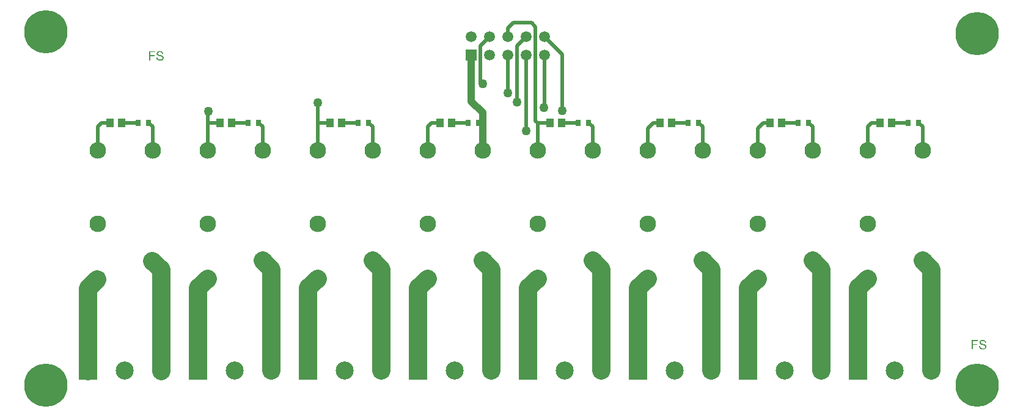
<source format=gtl>
G04 Layer_Physical_Order=1*
G04 Layer_Color=3162822*
%FSLAX44Y44*%
%MOMM*%
G71*
G01*
G75*
%ADD10R,0.8000X0.9000*%
%ADD11R,1.0000X1.3000*%
%ADD12C,2.5000*%
%ADD13C,0.5000*%
%ADD14C,1.0000*%
%ADD15C,2.3000*%
%ADD16C,6.0000*%
%ADD17R,1.5000X1.5000*%
%ADD18C,1.5000*%
%ADD19R,2.5000X2.5000*%
%ADD20C,2.5000*%
%ADD21C,1.2700*%
G36*
X193125Y498012D02*
X193262D01*
X193594Y497972D01*
X193984Y497914D01*
X194413Y497836D01*
X194842Y497719D01*
X195252Y497563D01*
X195271D01*
X195291Y497543D01*
X195349Y497524D01*
X195427Y497485D01*
X195623Y497368D01*
X195876Y497231D01*
X196149Y497036D01*
X196422Y496802D01*
X196695Y496529D01*
X196929Y496217D01*
X196949Y496178D01*
X197027Y496061D01*
X197125Y495866D01*
X197222Y495632D01*
X197339Y495339D01*
X197456Y494988D01*
X197534Y494617D01*
X197573Y494208D01*
X195954Y494090D01*
Y494110D01*
Y494149D01*
X195935Y494208D01*
X195915Y494286D01*
X195876Y494500D01*
X195798Y494773D01*
X195681Y495066D01*
X195525Y495359D01*
X195310Y495651D01*
X195057Y495905D01*
X195018Y495924D01*
X194920Y496002D01*
X194745Y496100D01*
X194511Y496217D01*
X194198Y496334D01*
X193808Y496431D01*
X193360Y496509D01*
X192833Y496529D01*
X192579D01*
X192462Y496509D01*
X192306D01*
X191975Y496451D01*
X191604Y496392D01*
X191233Y496295D01*
X190882Y496158D01*
X190726Y496061D01*
X190590Y495963D01*
X190570Y495944D01*
X190492Y495866D01*
X190375Y495749D01*
X190258Y495573D01*
X190121Y495378D01*
X190024Y495144D01*
X189946Y494890D01*
X189907Y494598D01*
Y494559D01*
Y494481D01*
X189926Y494344D01*
X189965Y494188D01*
X190024Y494012D01*
X190121Y493817D01*
X190238Y493642D01*
X190394Y493466D01*
X190414Y493447D01*
X190512Y493388D01*
X190570Y493349D01*
X190648Y493291D01*
X190765Y493252D01*
X190902Y493193D01*
X191058Y493115D01*
X191233Y493037D01*
X191428Y492979D01*
X191663Y492901D01*
X191936Y492803D01*
X192228Y492725D01*
X192560Y492647D01*
X192931Y492550D01*
X192950D01*
X193028Y492530D01*
X193125Y492510D01*
X193262Y492471D01*
X193438Y492432D01*
X193633Y492374D01*
X194062Y492276D01*
X194530Y492140D01*
X194998Y492003D01*
X195232Y491945D01*
X195427Y491867D01*
X195623Y491789D01*
X195779Y491730D01*
X195798D01*
X195837Y491711D01*
X195876Y491672D01*
X195954Y491633D01*
X196149Y491516D01*
X196403Y491379D01*
X196676Y491184D01*
X196949Y490950D01*
X197203Y490696D01*
X197417Y490423D01*
X197437Y490384D01*
X197495Y490287D01*
X197593Y490131D01*
X197690Y489897D01*
X197788Y489643D01*
X197885Y489331D01*
X197944Y488980D01*
X197963Y488609D01*
Y488590D01*
Y488570D01*
Y488512D01*
Y488433D01*
X197924Y488238D01*
X197885Y487985D01*
X197827Y487692D01*
X197710Y487360D01*
X197573Y487009D01*
X197378Y486678D01*
X197359Y486639D01*
X197261Y486522D01*
X197144Y486366D01*
X196949Y486171D01*
X196715Y485937D01*
X196422Y485702D01*
X196071Y485488D01*
X195681Y485273D01*
X195662D01*
X195623Y485254D01*
X195564Y485234D01*
X195486Y485195D01*
X195388Y485156D01*
X195271Y485117D01*
X194959Y485039D01*
X194608Y484942D01*
X194179Y484864D01*
X193730Y484805D01*
X193223Y484786D01*
X192931D01*
X192794Y484805D01*
X192618D01*
X192423Y484825D01*
X192209Y484844D01*
X191760Y484903D01*
X191272Y485000D01*
X190785Y485117D01*
X190317Y485273D01*
X190297D01*
X190258Y485293D01*
X190200Y485332D01*
X190121Y485371D01*
X189907Y485488D01*
X189653Y485663D01*
X189341Y485878D01*
X189049Y486132D01*
X188736Y486444D01*
X188463Y486795D01*
Y486814D01*
X188444Y486834D01*
X188405Y486892D01*
X188366Y486970D01*
X188307Y487068D01*
X188249Y487185D01*
X188132Y487478D01*
X188015Y487809D01*
X187898Y488219D01*
X187820Y488648D01*
X187781Y489116D01*
X189380Y489253D01*
Y489233D01*
Y489214D01*
X189400Y489097D01*
X189439Y488921D01*
X189478Y488687D01*
X189556Y488433D01*
X189634Y488160D01*
X189751Y487907D01*
X189887Y487653D01*
X189907Y487634D01*
X189965Y487556D01*
X190063Y487439D01*
X190219Y487302D01*
X190394Y487146D01*
X190609Y486970D01*
X190882Y486814D01*
X191175Y486658D01*
X191194D01*
X191214Y486639D01*
X191331Y486600D01*
X191506Y486541D01*
X191760Y486483D01*
X192033Y486405D01*
X192384Y486346D01*
X192755Y486307D01*
X193145Y486288D01*
X193301D01*
X193496Y486307D01*
X193711Y486327D01*
X193984Y486346D01*
X194257Y486405D01*
X194550Y486463D01*
X194842Y486561D01*
X194881Y486580D01*
X194959Y486619D01*
X195096Y486678D01*
X195252Y486775D01*
X195447Y486892D01*
X195623Y487029D01*
X195798Y487185D01*
X195954Y487360D01*
X195974Y487380D01*
X196013Y487458D01*
X196071Y487556D01*
X196149Y487692D01*
X196208Y487848D01*
X196266Y488043D01*
X196305Y488238D01*
X196325Y488453D01*
Y488473D01*
Y488550D01*
X196305Y488667D01*
X196286Y488804D01*
X196247Y488980D01*
X196169Y489155D01*
X196091Y489331D01*
X195974Y489506D01*
X195954Y489526D01*
X195915Y489584D01*
X195818Y489662D01*
X195700Y489779D01*
X195544Y489897D01*
X195349Y490014D01*
X195096Y490150D01*
X194823Y490267D01*
X194803Y490287D01*
X194725Y490306D01*
X194569Y490345D01*
X194471Y490384D01*
X194354Y490423D01*
X194198Y490462D01*
X194042Y490501D01*
X193847Y490560D01*
X193652Y490618D01*
X193418Y490677D01*
X193145Y490735D01*
X192852Y490813D01*
X192540Y490891D01*
X192521D01*
X192462Y490911D01*
X192365Y490930D01*
X192248Y490969D01*
X192111Y491008D01*
X191955Y491047D01*
X191584Y491145D01*
X191175Y491282D01*
X190765Y491418D01*
X190394Y491555D01*
X190219Y491613D01*
X190082Y491691D01*
X190063D01*
X190043Y491711D01*
X189926Y491789D01*
X189770Y491886D01*
X189575Y492023D01*
X189341Y492198D01*
X189127Y492393D01*
X188912Y492627D01*
X188717Y492881D01*
X188697Y492920D01*
X188639Y493018D01*
X188580Y493154D01*
X188502Y493349D01*
X188405Y493583D01*
X188346Y493856D01*
X188288Y494169D01*
X188268Y494481D01*
Y494500D01*
Y494520D01*
Y494578D01*
Y494656D01*
X188307Y494832D01*
X188346Y495066D01*
X188405Y495359D01*
X188502Y495651D01*
X188639Y495983D01*
X188815Y496295D01*
Y496314D01*
X188834Y496334D01*
X188912Y496431D01*
X189049Y496587D01*
X189224Y496782D01*
X189439Y496978D01*
X189712Y497192D01*
X190043Y497407D01*
X190414Y497582D01*
X190434D01*
X190453Y497602D01*
X190512Y497621D01*
X190609Y497660D01*
X190707Y497680D01*
X190824Y497719D01*
X191097Y497816D01*
X191448Y497894D01*
X191838Y497953D01*
X192287Y498012D01*
X192755Y498031D01*
X192989D01*
X193125Y498012D01*
D02*
G37*
G36*
X186142Y496314D02*
X179197D01*
Y492315D01*
X185206D01*
Y490813D01*
X179197D01*
Y485000D01*
X177500D01*
Y497816D01*
X186142D01*
Y496314D01*
D02*
G37*
G36*
X1333125Y98012D02*
X1333262D01*
X1333594Y97972D01*
X1333984Y97914D01*
X1334413Y97836D01*
X1334842Y97719D01*
X1335252Y97563D01*
X1335271D01*
X1335291Y97543D01*
X1335349Y97524D01*
X1335427Y97485D01*
X1335622Y97368D01*
X1335876Y97231D01*
X1336149Y97036D01*
X1336422Y96802D01*
X1336695Y96529D01*
X1336929Y96217D01*
X1336949Y96178D01*
X1337027Y96061D01*
X1337124Y95866D01*
X1337222Y95632D01*
X1337339Y95339D01*
X1337456Y94988D01*
X1337534Y94617D01*
X1337573Y94208D01*
X1335954Y94090D01*
Y94110D01*
Y94149D01*
X1335935Y94208D01*
X1335915Y94286D01*
X1335876Y94500D01*
X1335798Y94773D01*
X1335681Y95066D01*
X1335525Y95358D01*
X1335310Y95651D01*
X1335057Y95905D01*
X1335018Y95924D01*
X1334920Y96002D01*
X1334745Y96100D01*
X1334510Y96217D01*
X1334198Y96334D01*
X1333808Y96431D01*
X1333360Y96509D01*
X1332833Y96529D01*
X1332579D01*
X1332462Y96509D01*
X1332306D01*
X1331975Y96451D01*
X1331604Y96392D01*
X1331233Y96295D01*
X1330882Y96158D01*
X1330726Y96061D01*
X1330590Y95963D01*
X1330570Y95944D01*
X1330492Y95866D01*
X1330375Y95749D01*
X1330258Y95573D01*
X1330121Y95378D01*
X1330024Y95144D01*
X1329946Y94890D01*
X1329907Y94598D01*
Y94559D01*
Y94481D01*
X1329926Y94344D01*
X1329965Y94188D01*
X1330024Y94012D01*
X1330121Y93817D01*
X1330238Y93642D01*
X1330394Y93466D01*
X1330414Y93447D01*
X1330512Y93388D01*
X1330570Y93349D01*
X1330648Y93291D01*
X1330765Y93252D01*
X1330902Y93193D01*
X1331058Y93115D01*
X1331233Y93037D01*
X1331428Y92979D01*
X1331662Y92901D01*
X1331936Y92803D01*
X1332228Y92725D01*
X1332560Y92647D01*
X1332930Y92549D01*
X1332950D01*
X1333028Y92530D01*
X1333125Y92510D01*
X1333262Y92471D01*
X1333438Y92432D01*
X1333633Y92374D01*
X1334062Y92276D01*
X1334530Y92140D01*
X1334998Y92003D01*
X1335232Y91945D01*
X1335427Y91867D01*
X1335622Y91789D01*
X1335779Y91730D01*
X1335798D01*
X1335837Y91711D01*
X1335876Y91672D01*
X1335954Y91633D01*
X1336149Y91516D01*
X1336403Y91379D01*
X1336676Y91184D01*
X1336949Y90950D01*
X1337202Y90696D01*
X1337417Y90423D01*
X1337437Y90384D01*
X1337495Y90287D01*
X1337593Y90131D01*
X1337690Y89896D01*
X1337788Y89643D01*
X1337885Y89331D01*
X1337944Y88980D01*
X1337963Y88609D01*
Y88589D01*
Y88570D01*
Y88511D01*
Y88434D01*
X1337924Y88238D01*
X1337885Y87985D01*
X1337827Y87692D01*
X1337710Y87361D01*
X1337573Y87009D01*
X1337378Y86678D01*
X1337359Y86639D01*
X1337261Y86522D01*
X1337144Y86366D01*
X1336949Y86171D01*
X1336715Y85936D01*
X1336422Y85702D01*
X1336071Y85488D01*
X1335681Y85273D01*
X1335661D01*
X1335622Y85254D01*
X1335564Y85234D01*
X1335486Y85195D01*
X1335388Y85156D01*
X1335271Y85117D01*
X1334959Y85039D01*
X1334608Y84942D01*
X1334179Y84864D01*
X1333730Y84805D01*
X1333223Y84786D01*
X1332930D01*
X1332794Y84805D01*
X1332618D01*
X1332423Y84825D01*
X1332209Y84844D01*
X1331760Y84903D01*
X1331272Y85000D01*
X1330785Y85117D01*
X1330316Y85273D01*
X1330297D01*
X1330258Y85293D01*
X1330199Y85332D01*
X1330121Y85371D01*
X1329907Y85488D01*
X1329653Y85663D01*
X1329341Y85878D01*
X1329048Y86132D01*
X1328736Y86444D01*
X1328463Y86795D01*
Y86814D01*
X1328444Y86834D01*
X1328405Y86892D01*
X1328366Y86970D01*
X1328307Y87068D01*
X1328249Y87185D01*
X1328132Y87478D01*
X1328015Y87809D01*
X1327898Y88219D01*
X1327820Y88648D01*
X1327781Y89116D01*
X1329380Y89253D01*
Y89233D01*
Y89214D01*
X1329400Y89097D01*
X1329439Y88921D01*
X1329478Y88687D01*
X1329556Y88434D01*
X1329634Y88160D01*
X1329751Y87907D01*
X1329887Y87653D01*
X1329907Y87634D01*
X1329965Y87556D01*
X1330063Y87439D01*
X1330219Y87302D01*
X1330394Y87146D01*
X1330609Y86970D01*
X1330882Y86814D01*
X1331175Y86658D01*
X1331194D01*
X1331214Y86639D01*
X1331331Y86600D01*
X1331506Y86541D01*
X1331760Y86483D01*
X1332033Y86405D01*
X1332384Y86346D01*
X1332755Y86307D01*
X1333145Y86288D01*
X1333301D01*
X1333496Y86307D01*
X1333711Y86327D01*
X1333984Y86346D01*
X1334257Y86405D01*
X1334550Y86463D01*
X1334842Y86561D01*
X1334881Y86580D01*
X1334959Y86619D01*
X1335096Y86678D01*
X1335252Y86775D01*
X1335447Y86892D01*
X1335622Y87029D01*
X1335798Y87185D01*
X1335954Y87361D01*
X1335974Y87380D01*
X1336013Y87458D01*
X1336071Y87556D01*
X1336149Y87692D01*
X1336208Y87848D01*
X1336266Y88043D01*
X1336305Y88238D01*
X1336325Y88453D01*
Y88472D01*
Y88551D01*
X1336305Y88667D01*
X1336286Y88804D01*
X1336247Y88980D01*
X1336169Y89155D01*
X1336091Y89331D01*
X1335974Y89506D01*
X1335954Y89526D01*
X1335915Y89584D01*
X1335818Y89662D01*
X1335701Y89779D01*
X1335544Y89896D01*
X1335349Y90014D01*
X1335096Y90150D01*
X1334823Y90267D01*
X1334803Y90287D01*
X1334725Y90306D01*
X1334569Y90345D01*
X1334471Y90384D01*
X1334355Y90423D01*
X1334198Y90462D01*
X1334042Y90501D01*
X1333847Y90560D01*
X1333652Y90618D01*
X1333418Y90677D01*
X1333145Y90735D01*
X1332852Y90813D01*
X1332540Y90891D01*
X1332521D01*
X1332462Y90911D01*
X1332365Y90930D01*
X1332248Y90969D01*
X1332111Y91008D01*
X1331955Y91047D01*
X1331584Y91145D01*
X1331175Y91281D01*
X1330765Y91418D01*
X1330394Y91555D01*
X1330219Y91613D01*
X1330082Y91691D01*
X1330063D01*
X1330043Y91711D01*
X1329926Y91789D01*
X1329770Y91886D01*
X1329575Y92023D01*
X1329341Y92198D01*
X1329127Y92393D01*
X1328912Y92627D01*
X1328717Y92881D01*
X1328697Y92920D01*
X1328639Y93018D01*
X1328580Y93154D01*
X1328502Y93349D01*
X1328405Y93583D01*
X1328346Y93856D01*
X1328288Y94169D01*
X1328268Y94481D01*
Y94500D01*
Y94520D01*
Y94578D01*
Y94656D01*
X1328307Y94832D01*
X1328346Y95066D01*
X1328405Y95358D01*
X1328502Y95651D01*
X1328639Y95983D01*
X1328814Y96295D01*
Y96314D01*
X1328834Y96334D01*
X1328912Y96431D01*
X1329048Y96587D01*
X1329224Y96783D01*
X1329439Y96978D01*
X1329712Y97192D01*
X1330043Y97407D01*
X1330414Y97582D01*
X1330434D01*
X1330453Y97602D01*
X1330512Y97621D01*
X1330609Y97660D01*
X1330707Y97680D01*
X1330824Y97719D01*
X1331097Y97816D01*
X1331448Y97894D01*
X1331838Y97953D01*
X1332287Y98012D01*
X1332755Y98031D01*
X1332989D01*
X1333125Y98012D01*
D02*
G37*
G36*
X1326142Y96314D02*
X1319197D01*
Y92315D01*
X1325206D01*
Y90813D01*
X1319197D01*
Y85000D01*
X1317500D01*
Y97816D01*
X1326142D01*
Y96314D01*
D02*
G37*
D10*
X176901Y398700D02*
D03*
X162901D02*
D03*
X329301D02*
D03*
X315301D02*
D03*
X481702D02*
D03*
X467701D02*
D03*
X634101D02*
D03*
X620102D02*
D03*
X786501D02*
D03*
X772502D02*
D03*
X938902D02*
D03*
X924902D02*
D03*
X1091301D02*
D03*
X1077301D02*
D03*
X1229702D02*
D03*
X1243701D02*
D03*
D11*
X139800D02*
D03*
X123800D02*
D03*
X292200D02*
D03*
X276200D02*
D03*
X444600D02*
D03*
X428600D02*
D03*
X597000D02*
D03*
X581000D02*
D03*
X749400D02*
D03*
X733400D02*
D03*
X901800D02*
D03*
X885800D02*
D03*
X1054200D02*
D03*
X1038200D02*
D03*
X1190600D02*
D03*
X1206600D02*
D03*
D12*
X1261900Y55800D02*
Y195700D01*
X1249400Y208200D02*
X1261900Y195700D01*
X1160300Y55800D02*
Y169900D01*
X1173200Y182800D01*
X1007900Y169900D02*
X1020800Y182800D01*
X1007900Y55800D02*
Y169900D01*
X1097000Y208200D02*
X1109500Y195700D01*
Y55800D02*
Y195700D01*
X855500Y169900D02*
X868400Y182800D01*
X855500Y55800D02*
Y169900D01*
X944600Y208200D02*
X957100Y195700D01*
Y55800D02*
Y195700D01*
X703100Y169900D02*
X716000Y182800D01*
X703100Y55800D02*
Y169900D01*
X792200Y208200D02*
X804700Y195700D01*
Y55800D02*
Y195700D01*
X550700Y169900D02*
X563600Y182800D01*
X550700Y55800D02*
Y169900D01*
X639800Y208200D02*
X652300Y195700D01*
Y55800D02*
Y195700D01*
X398300Y169900D02*
X411200Y182800D01*
X398300Y55800D02*
Y169900D01*
X487400Y208200D02*
X499900Y195700D01*
Y55800D02*
Y195700D01*
X245900Y169900D02*
X258800Y182800D01*
X245900Y55800D02*
Y169900D01*
X335000Y208200D02*
X347500Y195700D01*
Y55800D02*
Y195700D01*
X93300Y169200D02*
X106200Y182100D01*
X182400Y207500D02*
X194900Y195000D01*
Y55100D02*
Y195000D01*
X93300Y55100D02*
Y169200D01*
D13*
X1243701Y398700D02*
X1249400Y393002D01*
Y360600D02*
Y393002D01*
X1206600Y398700D02*
X1229702D01*
X1178700D02*
X1190600D01*
X1173200Y393200D02*
X1178700Y398700D01*
X1173200Y360600D02*
Y393200D01*
X1054200Y398700D02*
X1077301D01*
X1097000Y360600D02*
Y393002D01*
X1091301Y398700D02*
X1097000Y393002D01*
X901800Y398700D02*
X924902D01*
X944600Y360600D02*
Y393002D01*
X938902Y398700D02*
X944600Y393002D01*
X749400Y398700D02*
X772502D01*
X792200Y360600D02*
Y393002D01*
X786501Y398700D02*
X792200Y393002D01*
X563600Y360600D02*
Y393200D01*
X569100Y398700D01*
X581000D01*
X597000D02*
X620102D01*
X444600D02*
X467701D01*
X487400Y360600D02*
Y393002D01*
X481702Y398700D02*
X487400Y393002D01*
X292200Y398700D02*
X315301D01*
X335000Y360600D02*
Y393002D01*
X329301Y398700D02*
X335000Y393002D01*
X106400Y360600D02*
Y393200D01*
X111900Y398700D01*
X123800D01*
X139800D02*
X162901D01*
X182600Y360600D02*
Y393002D01*
X176901Y398700D02*
X182600Y393002D01*
X867500Y361500D02*
X868400Y360600D01*
X716000Y398700D02*
X733400D01*
X716000Y360600D02*
Y398700D01*
X750004Y415000D02*
X752500D01*
X750002Y415002D02*
X750004Y415000D01*
X725800Y517700D02*
X750000Y493500D01*
Y417500D02*
Y493500D01*
Y417500D02*
X752500Y415000D01*
X1028700Y398700D02*
X1038200D01*
X1020800Y390800D02*
X1028700Y398700D01*
X1020800Y360600D02*
Y390800D01*
X876200Y398700D02*
X885800D01*
X868400Y390900D02*
X876200Y398700D01*
X868400Y360600D02*
Y390900D01*
X413700Y398700D02*
X428600D01*
X411200Y360600D02*
Y426300D01*
X258800Y413800D02*
X260000Y415000D01*
X258800Y398700D02*
Y413800D01*
Y360600D02*
Y398700D01*
X276200D01*
X637060Y505160D02*
X649600Y517700D01*
X637060Y455440D02*
Y505160D01*
Y455440D02*
X640000Y452500D01*
X675000Y440000D02*
Y492300D01*
Y440000D02*
X675000Y440000D01*
X687500Y427500D02*
X687540Y427540D01*
Y504840D01*
X700400Y517700D01*
X725000Y417500D02*
X725800Y418300D01*
Y492300D01*
X700400Y387900D02*
Y492300D01*
X700000Y387500D02*
X700400Y387900D01*
X707500Y537500D02*
X713260Y531740D01*
X682500Y537500D02*
X707500D01*
X675000Y530000D02*
X682500Y537500D01*
X675000Y517700D02*
Y530000D01*
X713260Y401440D02*
X716000Y398700D01*
X713260Y401440D02*
Y531740D01*
D14*
X639800Y360600D02*
Y412700D01*
X624200Y428300D02*
X639800Y412700D01*
X624200Y428300D02*
Y492300D01*
D15*
X106400Y360600D02*
D03*
X182600Y208200D02*
D03*
X106400Y182800D02*
D03*
Y259000D02*
D03*
X182600Y360600D02*
D03*
X258800D02*
D03*
X335000Y208200D02*
D03*
X258800Y182800D02*
D03*
Y259000D02*
D03*
X335000Y360600D02*
D03*
X411200D02*
D03*
X487400Y208200D02*
D03*
X411200Y182800D02*
D03*
Y259000D02*
D03*
X487400Y360600D02*
D03*
X563600D02*
D03*
X639800Y208200D02*
D03*
X563600Y182800D02*
D03*
Y259000D02*
D03*
X639800Y360600D02*
D03*
X716000D02*
D03*
X792200Y208200D02*
D03*
X716000Y182800D02*
D03*
Y259000D02*
D03*
X792200Y360600D02*
D03*
X868400D02*
D03*
X944600Y208200D02*
D03*
X868400Y182800D02*
D03*
Y259000D02*
D03*
X944600Y360600D02*
D03*
X1020800D02*
D03*
X1097000Y208200D02*
D03*
X1020800Y182800D02*
D03*
Y259000D02*
D03*
X1097000Y360600D02*
D03*
X1173200D02*
D03*
X1249400Y208200D02*
D03*
X1173200Y182800D02*
D03*
Y259000D02*
D03*
X1249400Y360600D02*
D03*
D16*
X35000Y35000D02*
D03*
X1325000Y522500D02*
D03*
Y35000D02*
D03*
X35000Y525000D02*
D03*
D17*
X624200Y492300D02*
D03*
D18*
Y517700D02*
D03*
X649600Y492300D02*
D03*
Y517700D02*
D03*
X675000Y492300D02*
D03*
Y517700D02*
D03*
X700400Y492300D02*
D03*
Y517700D02*
D03*
X725800Y492300D02*
D03*
Y517700D02*
D03*
D19*
X1160300Y55800D02*
D03*
X93500D02*
D03*
X245900D02*
D03*
X398300D02*
D03*
X550700D02*
D03*
X703100D02*
D03*
X855500D02*
D03*
X1007900D02*
D03*
D20*
X1211100D02*
D03*
X1261900D02*
D03*
X195100D02*
D03*
X144300D02*
D03*
X347500D02*
D03*
X296700D02*
D03*
X499900D02*
D03*
X449100D02*
D03*
X652300D02*
D03*
X601500D02*
D03*
X804700D02*
D03*
X753900D02*
D03*
X957100D02*
D03*
X906300D02*
D03*
X1109500D02*
D03*
X1058700D02*
D03*
D21*
X750002Y415002D02*
D03*
X411200Y426300D02*
D03*
X260000Y415000D02*
D03*
X640000Y452500D02*
D03*
X675000Y440000D02*
D03*
X687500Y427500D02*
D03*
X725000Y420000D02*
D03*
X700000Y387500D02*
D03*
M02*

</source>
